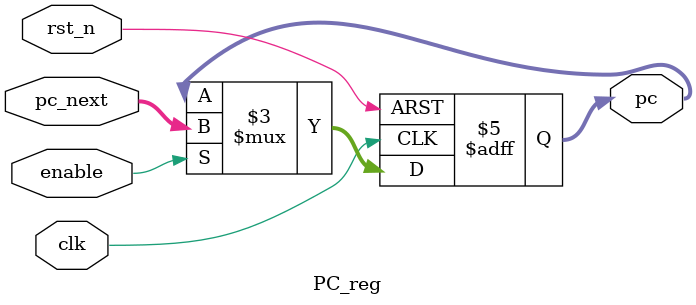
<source format=v>
module PC_reg (
    input wire clk, rst_n, enable,
    input wire [31:0] pc_next,
    output reg [31:0] pc
);

always @(posedge clk or negedge rst_n) begin
    if (!rst_n) begin
        pc <= 32'b0;
    end else if (enable) begin
        pc <= pc_next;
    end
end

endmodule

</source>
